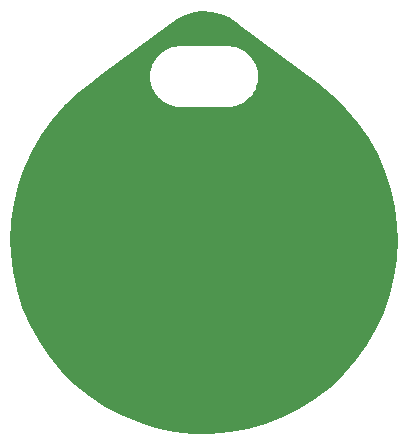
<source format=gbr>
G04 #@! TF.GenerationSoftware,KiCad,Pcbnew,(5.1.2)-2*
G04 #@! TF.CreationDate,2019-09-16T01:07:22-05:00*
G04 #@! TF.ProjectId,rfid_keychain_style_cuts,72666964-5f6b-4657-9963-6861696e5f73,rev?*
G04 #@! TF.SameCoordinates,Original*
G04 #@! TF.FileFunction,Copper,L2,Bot*
G04 #@! TF.FilePolarity,Positive*
%FSLAX46Y46*%
G04 Gerber Fmt 4.6, Leading zero omitted, Abs format (unit mm)*
G04 Created by KiCad (PCBNEW (5.1.2)-2) date 2019-09-16 01:07:22*
%MOMM*%
%LPD*%
G04 APERTURE LIST*
%ADD10C,0.254000*%
G04 APERTURE END LIST*
D10*
G36*
X108438830Y-32378390D02*
G01*
X109158611Y-32556657D01*
X109835441Y-32859566D01*
X110466201Y-33290010D01*
X110628014Y-33430477D01*
X110647293Y-33448062D01*
X117364104Y-38462816D01*
X118599414Y-39455228D01*
X119718515Y-40546450D01*
X120727868Y-41739900D01*
X121618192Y-43024608D01*
X122381285Y-44388735D01*
X123010118Y-45819724D01*
X123498900Y-47304388D01*
X123843134Y-48829067D01*
X124040115Y-50383395D01*
X124089309Y-51597343D01*
X124014190Y-53161242D01*
X123789905Y-54708114D01*
X123418387Y-56226382D01*
X122903068Y-57702030D01*
X122248675Y-59121516D01*
X121461261Y-60471719D01*
X120548051Y-61740249D01*
X119517455Y-62915418D01*
X118378979Y-63986389D01*
X117143089Y-64943317D01*
X115821177Y-65777382D01*
X114425402Y-66480910D01*
X112968628Y-67047417D01*
X111464271Y-67471690D01*
X109926168Y-67749825D01*
X108368477Y-67879259D01*
X106805572Y-67858799D01*
X105251806Y-67688634D01*
X103721517Y-67370333D01*
X102228779Y-66906826D01*
X100787320Y-66302372D01*
X99410460Y-65562558D01*
X98110816Y-64694164D01*
X96900408Y-63705218D01*
X95790359Y-62604815D01*
X94790878Y-61403070D01*
X93911187Y-60111070D01*
X93159381Y-58740708D01*
X92542377Y-57304590D01*
X92065858Y-55815949D01*
X91734216Y-54288496D01*
X91549950Y-52731640D01*
X91510595Y-51604653D01*
X91585811Y-50038750D01*
X91810096Y-48491883D01*
X92181613Y-46973618D01*
X92696930Y-45497974D01*
X93351320Y-44078492D01*
X94138743Y-42728274D01*
X95051949Y-41459752D01*
X96082545Y-40284582D01*
X97223126Y-39211631D01*
X98255653Y-38398696D01*
X99200722Y-37699615D01*
X103092971Y-37699615D01*
X103093420Y-37763931D01*
X103092971Y-37828313D01*
X103093939Y-37838179D01*
X103134739Y-38226371D01*
X103147677Y-38289396D01*
X103159737Y-38352618D01*
X103162602Y-38362109D01*
X103278026Y-38734983D01*
X103302960Y-38794299D01*
X103327069Y-38853971D01*
X103331723Y-38862724D01*
X103517374Y-39206079D01*
X103553356Y-39259424D01*
X103588596Y-39313276D01*
X103594861Y-39320958D01*
X103843668Y-39621713D01*
X103889323Y-39667050D01*
X103934353Y-39713033D01*
X103941991Y-39719351D01*
X104244476Y-39966052D01*
X104298041Y-40001640D01*
X104351171Y-40038020D01*
X104359891Y-40042734D01*
X104704533Y-40225984D01*
X104763995Y-40250492D01*
X104823177Y-40275858D01*
X104832647Y-40278789D01*
X105206318Y-40391607D01*
X105269456Y-40404108D01*
X105332388Y-40417485D01*
X105342247Y-40418521D01*
X105729984Y-40456539D01*
X105765123Y-40460000D01*
X109834877Y-40460000D01*
X109871257Y-40456417D01*
X109897208Y-40456417D01*
X109907067Y-40455380D01*
X110294967Y-40411870D01*
X110357888Y-40398496D01*
X110421035Y-40385992D01*
X110430504Y-40383061D01*
X110802565Y-40265037D01*
X110861661Y-40239708D01*
X110921210Y-40215164D01*
X110929930Y-40210448D01*
X111271980Y-40022404D01*
X111325050Y-39986066D01*
X111378675Y-39950438D01*
X111386313Y-39944119D01*
X111685324Y-39693219D01*
X111730321Y-39647270D01*
X111776010Y-39601898D01*
X111782275Y-39594216D01*
X112026859Y-39290015D01*
X112062074Y-39236201D01*
X112098080Y-39182819D01*
X112102734Y-39174066D01*
X112283572Y-38828154D01*
X112307663Y-38768527D01*
X112332616Y-38709166D01*
X112335481Y-38699676D01*
X112445688Y-38325226D01*
X112457748Y-38262008D01*
X112470686Y-38198977D01*
X112471653Y-38189111D01*
X112507029Y-37800385D01*
X112506580Y-37736069D01*
X112507029Y-37671687D01*
X112506061Y-37661821D01*
X112465260Y-37273628D01*
X112452330Y-37210640D01*
X112440263Y-37147381D01*
X112437398Y-37137891D01*
X112321974Y-36765016D01*
X112297029Y-36705675D01*
X112272931Y-36646029D01*
X112268277Y-36637276D01*
X112082626Y-36293921D01*
X112046644Y-36240576D01*
X112011404Y-36186724D01*
X112005138Y-36179042D01*
X111756332Y-35878287D01*
X111710677Y-35832950D01*
X111665647Y-35786967D01*
X111658009Y-35780648D01*
X111355524Y-35533948D01*
X111301941Y-35498348D01*
X111248828Y-35461980D01*
X111240108Y-35457265D01*
X110895467Y-35274016D01*
X110835993Y-35249503D01*
X110776823Y-35224142D01*
X110767353Y-35221211D01*
X110393681Y-35108393D01*
X110330551Y-35095893D01*
X110267612Y-35082515D01*
X110257753Y-35081479D01*
X109870016Y-35043461D01*
X109834877Y-35040000D01*
X105765123Y-35040000D01*
X105728743Y-35043583D01*
X105702792Y-35043583D01*
X105692933Y-35044620D01*
X105305034Y-35088130D01*
X105242127Y-35101501D01*
X105178965Y-35114008D01*
X105169496Y-35116939D01*
X104797435Y-35234963D01*
X104738314Y-35260303D01*
X104678791Y-35284836D01*
X104670071Y-35289551D01*
X104328020Y-35477596D01*
X104274966Y-35513923D01*
X104221325Y-35549562D01*
X104213687Y-35555882D01*
X103914676Y-35806781D01*
X103869644Y-35852767D01*
X103823991Y-35898102D01*
X103817725Y-35905784D01*
X103573141Y-36209985D01*
X103537916Y-36263814D01*
X103501920Y-36317181D01*
X103497266Y-36325934D01*
X103316427Y-36671847D01*
X103292312Y-36731533D01*
X103267384Y-36790834D01*
X103264519Y-36800324D01*
X103154312Y-37174774D01*
X103142251Y-37238000D01*
X103129314Y-37301024D01*
X103128347Y-37310890D01*
X103092971Y-37699615D01*
X99200722Y-37699615D01*
X104970488Y-33431639D01*
X104973245Y-33429146D01*
X105590446Y-32962538D01*
X106251799Y-32627166D01*
X106962083Y-32414212D01*
X107698859Y-32330403D01*
X108438830Y-32378390D01*
X108438830Y-32378390D01*
G37*
X108438830Y-32378390D02*
X109158611Y-32556657D01*
X109835441Y-32859566D01*
X110466201Y-33290010D01*
X110628014Y-33430477D01*
X110647293Y-33448062D01*
X117364104Y-38462816D01*
X118599414Y-39455228D01*
X119718515Y-40546450D01*
X120727868Y-41739900D01*
X121618192Y-43024608D01*
X122381285Y-44388735D01*
X123010118Y-45819724D01*
X123498900Y-47304388D01*
X123843134Y-48829067D01*
X124040115Y-50383395D01*
X124089309Y-51597343D01*
X124014190Y-53161242D01*
X123789905Y-54708114D01*
X123418387Y-56226382D01*
X122903068Y-57702030D01*
X122248675Y-59121516D01*
X121461261Y-60471719D01*
X120548051Y-61740249D01*
X119517455Y-62915418D01*
X118378979Y-63986389D01*
X117143089Y-64943317D01*
X115821177Y-65777382D01*
X114425402Y-66480910D01*
X112968628Y-67047417D01*
X111464271Y-67471690D01*
X109926168Y-67749825D01*
X108368477Y-67879259D01*
X106805572Y-67858799D01*
X105251806Y-67688634D01*
X103721517Y-67370333D01*
X102228779Y-66906826D01*
X100787320Y-66302372D01*
X99410460Y-65562558D01*
X98110816Y-64694164D01*
X96900408Y-63705218D01*
X95790359Y-62604815D01*
X94790878Y-61403070D01*
X93911187Y-60111070D01*
X93159381Y-58740708D01*
X92542377Y-57304590D01*
X92065858Y-55815949D01*
X91734216Y-54288496D01*
X91549950Y-52731640D01*
X91510595Y-51604653D01*
X91585811Y-50038750D01*
X91810096Y-48491883D01*
X92181613Y-46973618D01*
X92696930Y-45497974D01*
X93351320Y-44078492D01*
X94138743Y-42728274D01*
X95051949Y-41459752D01*
X96082545Y-40284582D01*
X97223126Y-39211631D01*
X98255653Y-38398696D01*
X99200722Y-37699615D01*
X103092971Y-37699615D01*
X103093420Y-37763931D01*
X103092971Y-37828313D01*
X103093939Y-37838179D01*
X103134739Y-38226371D01*
X103147677Y-38289396D01*
X103159737Y-38352618D01*
X103162602Y-38362109D01*
X103278026Y-38734983D01*
X103302960Y-38794299D01*
X103327069Y-38853971D01*
X103331723Y-38862724D01*
X103517374Y-39206079D01*
X103553356Y-39259424D01*
X103588596Y-39313276D01*
X103594861Y-39320958D01*
X103843668Y-39621713D01*
X103889323Y-39667050D01*
X103934353Y-39713033D01*
X103941991Y-39719351D01*
X104244476Y-39966052D01*
X104298041Y-40001640D01*
X104351171Y-40038020D01*
X104359891Y-40042734D01*
X104704533Y-40225984D01*
X104763995Y-40250492D01*
X104823177Y-40275858D01*
X104832647Y-40278789D01*
X105206318Y-40391607D01*
X105269456Y-40404108D01*
X105332388Y-40417485D01*
X105342247Y-40418521D01*
X105729984Y-40456539D01*
X105765123Y-40460000D01*
X109834877Y-40460000D01*
X109871257Y-40456417D01*
X109897208Y-40456417D01*
X109907067Y-40455380D01*
X110294967Y-40411870D01*
X110357888Y-40398496D01*
X110421035Y-40385992D01*
X110430504Y-40383061D01*
X110802565Y-40265037D01*
X110861661Y-40239708D01*
X110921210Y-40215164D01*
X110929930Y-40210448D01*
X111271980Y-40022404D01*
X111325050Y-39986066D01*
X111378675Y-39950438D01*
X111386313Y-39944119D01*
X111685324Y-39693219D01*
X111730321Y-39647270D01*
X111776010Y-39601898D01*
X111782275Y-39594216D01*
X112026859Y-39290015D01*
X112062074Y-39236201D01*
X112098080Y-39182819D01*
X112102734Y-39174066D01*
X112283572Y-38828154D01*
X112307663Y-38768527D01*
X112332616Y-38709166D01*
X112335481Y-38699676D01*
X112445688Y-38325226D01*
X112457748Y-38262008D01*
X112470686Y-38198977D01*
X112471653Y-38189111D01*
X112507029Y-37800385D01*
X112506580Y-37736069D01*
X112507029Y-37671687D01*
X112506061Y-37661821D01*
X112465260Y-37273628D01*
X112452330Y-37210640D01*
X112440263Y-37147381D01*
X112437398Y-37137891D01*
X112321974Y-36765016D01*
X112297029Y-36705675D01*
X112272931Y-36646029D01*
X112268277Y-36637276D01*
X112082626Y-36293921D01*
X112046644Y-36240576D01*
X112011404Y-36186724D01*
X112005138Y-36179042D01*
X111756332Y-35878287D01*
X111710677Y-35832950D01*
X111665647Y-35786967D01*
X111658009Y-35780648D01*
X111355524Y-35533948D01*
X111301941Y-35498348D01*
X111248828Y-35461980D01*
X111240108Y-35457265D01*
X110895467Y-35274016D01*
X110835993Y-35249503D01*
X110776823Y-35224142D01*
X110767353Y-35221211D01*
X110393681Y-35108393D01*
X110330551Y-35095893D01*
X110267612Y-35082515D01*
X110257753Y-35081479D01*
X109870016Y-35043461D01*
X109834877Y-35040000D01*
X105765123Y-35040000D01*
X105728743Y-35043583D01*
X105702792Y-35043583D01*
X105692933Y-35044620D01*
X105305034Y-35088130D01*
X105242127Y-35101501D01*
X105178965Y-35114008D01*
X105169496Y-35116939D01*
X104797435Y-35234963D01*
X104738314Y-35260303D01*
X104678791Y-35284836D01*
X104670071Y-35289551D01*
X104328020Y-35477596D01*
X104274966Y-35513923D01*
X104221325Y-35549562D01*
X104213687Y-35555882D01*
X103914676Y-35806781D01*
X103869644Y-35852767D01*
X103823991Y-35898102D01*
X103817725Y-35905784D01*
X103573141Y-36209985D01*
X103537916Y-36263814D01*
X103501920Y-36317181D01*
X103497266Y-36325934D01*
X103316427Y-36671847D01*
X103292312Y-36731533D01*
X103267384Y-36790834D01*
X103264519Y-36800324D01*
X103154312Y-37174774D01*
X103142251Y-37238000D01*
X103129314Y-37301024D01*
X103128347Y-37310890D01*
X103092971Y-37699615D01*
X99200722Y-37699615D01*
X104970488Y-33431639D01*
X104973245Y-33429146D01*
X105590446Y-32962538D01*
X106251799Y-32627166D01*
X106962083Y-32414212D01*
X107698859Y-32330403D01*
X108438830Y-32378390D01*
M02*

</source>
